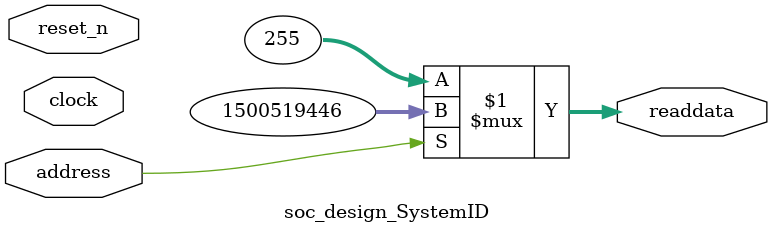
<source format=v>



// synthesis translate_off
`timescale 1ns / 1ps
// synthesis translate_on

// turn off superfluous verilog processor warnings 
// altera message_level Level1 
// altera message_off 10034 10035 10036 10037 10230 10240 10030 

module soc_design_SystemID (
               // inputs:
                address,
                clock,
                reset_n,

               // outputs:
                readdata
             )
;

  output  [ 31: 0] readdata;
  input            address;
  input            clock;
  input            reset_n;

  wire    [ 31: 0] readdata;
  //control_slave, which is an e_avalon_slave
  assign readdata = address ? 1500519446 : 255;

endmodule



</source>
